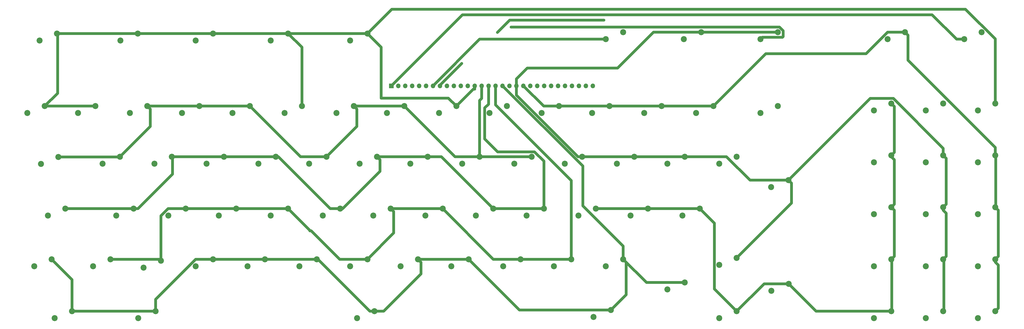
<source format=gbr>
%TF.GenerationSoftware,KiCad,Pcbnew,8.99.0-99-g23169ca1a7*%
%TF.CreationDate,2024-03-31T01:18:57-03:00*%
%TF.ProjectId,klaviatar,6b6c6176-6961-4746-9172-2e6b69636164,rev?*%
%TF.SameCoordinates,Original*%
%TF.FileFunction,Copper,L2,Bot*%
%TF.FilePolarity,Positive*%
%FSLAX46Y46*%
G04 Gerber Fmt 4.6, Leading zero omitted, Abs format (unit mm)*
G04 Created by KiCad (PCBNEW 8.99.0-99-g23169ca1a7) date 2024-03-31 01:18:57*
%MOMM*%
%LPD*%
G01*
G04 APERTURE LIST*
%TA.AperFunction,ComponentPad*%
%ADD10C,2.200000*%
%TD*%
%TA.AperFunction,ComponentPad*%
%ADD11R,1.700000X1.700000*%
%TD*%
%TA.AperFunction,ComponentPad*%
%ADD12O,1.700000X1.700000*%
%TD*%
%TA.AperFunction,ViaPad*%
%ADD13C,0.600000*%
%TD*%
%TA.AperFunction,Conductor*%
%ADD14C,1.000000*%
%TD*%
G04 APERTURE END LIST*
D10*
%TO.P,SW89,1,1*%
%TO.N,/XT2_{9}*%
X378040000Y-45420000D03*
%TO.P,SW89,2,2*%
%TO.N,/XT1_{12}*%
X371690000Y-47960000D03*
%TD*%
D11*
%TO.P,J1,1,Pin_1*%
%TO.N,/XT1_{12}*%
X162260000Y-65000000D03*
D12*
%TO.P,J1,2,Pin_2*%
%TO.N,/XT1_{11}*%
X164800000Y-65000000D03*
%TO.P,J1,3,Pin_3*%
%TO.N,/XT1_{10}*%
X167340000Y-65000000D03*
%TO.P,J1,4,Pin_4*%
%TO.N,/XT1_{9}*%
X169880000Y-65000000D03*
%TO.P,J1,5,Pin_5*%
%TO.N,/XT1_{8}*%
X172420000Y-65000000D03*
%TO.P,J1,6,Pin_6*%
%TO.N,/XT1_{7}*%
X174960000Y-65000000D03*
%TO.P,J1,7,Pin_7*%
%TO.N,/XT1_{6}*%
X177500000Y-65000000D03*
%TO.P,J1,8,Pin_8*%
%TO.N,/XT1_{5}*%
X180040000Y-65000000D03*
%TO.P,J1,9,Pin_9*%
%TO.N,/XT1_{4}*%
X182580000Y-65000000D03*
%TO.P,J1,10,Pin_10*%
%TO.N,/XT1_{3}*%
X185120000Y-65000000D03*
%TO.P,J1,11,Pin_11*%
%TO.N,/XT1_{2}*%
X187660000Y-65000000D03*
%TO.P,J1,12,Pin_12*%
%TO.N,/XT1_{1}*%
X190200000Y-65000000D03*
%TO.P,J1,13,Pin_13*%
%TO.N,/XT2_{1}*%
X192740000Y-65000000D03*
%TO.P,J1,14,Pin_14*%
%TO.N,/XT2_{2}*%
X195280000Y-65000000D03*
%TO.P,J1,15,Pin_15*%
%TO.N,/XT2_{3}*%
X197820000Y-65000000D03*
%TO.P,J1,16,Pin_16*%
%TO.N,/XT2_{4}*%
X200360000Y-65000000D03*
%TO.P,J1,17,Pin_17*%
%TO.N,/XT2_{5}*%
X202900000Y-65000000D03*
%TO.P,J1,18,Pin_18*%
%TO.N,/XT2_{6}*%
X205440000Y-65000000D03*
%TO.P,J1,19,Pin_19*%
%TO.N,/XT2_{7}*%
X207980000Y-65000000D03*
%TO.P,J1,20,Pin_20*%
%TO.N,/XT2_{8}*%
X210520000Y-65000000D03*
%TO.P,J1,21,Pin_21*%
%TO.N,/XT2_{9}*%
X213060000Y-65000000D03*
%TO.P,J1,22,Pin_22*%
%TO.N,unconnected-(J1-Pin_22-Pad22)*%
X215600000Y-65000000D03*
%TO.P,J1,23,Pin_23*%
%TO.N,unconnected-(J1-Pin_23-Pad23)*%
X218140000Y-65000000D03*
%TO.P,J1,24,Pin_24*%
%TO.N,unconnected-(J1-Pin_24-Pad24)*%
X220680000Y-65000000D03*
%TO.P,J1,25,Pin_25*%
%TO.N,unconnected-(J1-Pin_25-Pad25)*%
X223220000Y-65000000D03*
%TO.P,J1,26,Pin_26*%
%TO.N,unconnected-(J1-Pin_26-Pad26)*%
X225760000Y-65000000D03*
%TO.P,J1,27,Pin_27*%
%TO.N,unconnected-(J1-Pin_27-Pad27)*%
X228300000Y-65000000D03*
%TO.P,J1,28,Pin_28*%
%TO.N,unconnected-(J1-Pin_28-Pad28)*%
X230840000Y-65000000D03*
%TO.P,J1,29,Pin_29*%
%TO.N,unconnected-(J1-Pin_29-Pad29)*%
X233380000Y-65000000D03*
%TO.P,J1,30,Pin_30*%
%TO.N,unconnected-(J1-Pin_30-Pad30)*%
X235920000Y-65000000D03*
%TD*%
D10*
%TO.P,SW88,1,1*%
%TO.N,/XT2_{8}*%
X223540000Y-72420000D03*
%TO.P,SW88,2,2*%
%TO.N,/XT1_{11}*%
X217190000Y-74960000D03*
%TD*%
%TO.P,SW87,1,1*%
%TO.N,/XT2_{7}*%
X232040000Y-90920000D03*
%TO.P,SW87,2,2*%
%TO.N,/XT1_{11}*%
X225690000Y-93460000D03*
%TD*%
%TO.P,SW86,1,1*%
%TO.N,/XT2_{6}*%
X237040000Y-109920000D03*
%TO.P,SW86,2,2*%
%TO.N,/XT1_{11}*%
X230690000Y-112460000D03*
%TD*%
%TO.P,SW85,1,1*%
%TO.N,/XT2_{5}*%
X247040000Y-128420000D03*
%TO.P,SW85,2,2*%
%TO.N,/XT1_{11}*%
X240690000Y-130960000D03*
%TD*%
%TO.P,SW84,1,1*%
%TO.N,/XT2_{8}*%
X242040000Y-72420000D03*
%TO.P,SW84,2,2*%
%TO.N,/XT1_{10}*%
X235690000Y-74960000D03*
%TD*%
%TO.P,SW83,1,1*%
%TO.N,/XT2_{7}*%
X251040000Y-90920000D03*
%TO.P,SW83,2,2*%
%TO.N,/XT1_{10}*%
X244690000Y-93460000D03*
%TD*%
%TO.P,SW82,1,1*%
%TO.N,/XT2_{6}*%
X256040000Y-109920000D03*
%TO.P,SW82,2,2*%
%TO.N,/XT1_{10}*%
X249690000Y-112460000D03*
%TD*%
%TO.P,SW81,1,1*%
%TO.N,/XT2_{5}*%
X269540000Y-136920000D03*
%TO.P,SW81,2,2*%
%TO.N,/XT1_{10}*%
X263190000Y-139460000D03*
%TD*%
%TO.P,SW80,1,1*%
%TO.N,/XT2_{8}*%
X261040000Y-72420000D03*
%TO.P,SW80,2,2*%
%TO.N,/XT1_{9}*%
X254690000Y-74960000D03*
%TD*%
%TO.P,SW79,1,1*%
%TO.N,/XT2_{7}*%
X269540000Y-90920000D03*
%TO.P,SW79,2,2*%
%TO.N,/XT1_{9}*%
X263190000Y-93460000D03*
%TD*%
%TO.P,SW78,1,1*%
%TO.N,/XT2_{6}*%
X275040000Y-109920000D03*
%TO.P,SW78,2,2*%
%TO.N,/XT1_{9}*%
X268690000Y-112460000D03*
%TD*%
%TO.P,SW77,1,1*%
%TO.N,/XT2_{5}*%
X190540000Y-128420000D03*
%TO.P,SW77,2,2*%
%TO.N,/XT1_{9}*%
X184190000Y-130960000D03*
%TD*%
%TO.P,SW76,1,1*%
%TO.N,/XT2_{8}*%
X288540000Y-90920000D03*
%TO.P,SW76,2,2*%
%TO.N,/XT1_{8}*%
X282190000Y-93460000D03*
%TD*%
%TO.P,SW75,1,1*%
%TO.N,/XT2_{7}*%
X288540000Y-127920000D03*
%TO.P,SW75,2,2*%
%TO.N,/XT1_{8}*%
X282190000Y-130460000D03*
%TD*%
%TO.P,SW74,1,1*%
%TO.N,/XT2_{6}*%
X288540000Y-147420000D03*
%TO.P,SW74,2,2*%
%TO.N,/XT1_{8}*%
X282190000Y-149960000D03*
%TD*%
%TO.P,SW73,1,1*%
%TO.N,/XT2_{5}*%
X172040000Y-128420000D03*
%TO.P,SW73,2,2*%
%TO.N,/XT1_{8}*%
X165690000Y-130960000D03*
%TD*%
%TO.P,SW72,1,1*%
%TO.N,/XT2_{8}*%
X280040000Y-72420000D03*
%TO.P,SW72,2,2*%
%TO.N,/XT1_{7}*%
X273690000Y-74960000D03*
%TD*%
%TO.P,SW71,1,1*%
%TO.N,/XT2_{7}*%
X307500000Y-99500000D03*
%TO.P,SW71,2,2*%
%TO.N,/XT1_{7}*%
X301150000Y-102040000D03*
%TD*%
%TO.P,SW70,1,1*%
%TO.N,/XT2_{6}*%
X307540000Y-137420000D03*
%TO.P,SW70,2,2*%
%TO.N,/XT1_{7}*%
X301190000Y-139960000D03*
%TD*%
%TO.P,SW69,1,1*%
%TO.N,/XT2_{5}*%
X156040000Y-147420000D03*
%TO.P,SW69,2,2*%
%TO.N,/XT1_{7}*%
X149690000Y-149960000D03*
%TD*%
%TO.P,SW68,1,1*%
%TO.N,/XT2_{8}*%
X247040000Y-45420000D03*
%TO.P,SW68,2,2*%
%TO.N,/XT1_{6}*%
X240690000Y-47960000D03*
%TD*%
%TO.P,SW67,1,1*%
%TO.N,/XT2_{7}*%
X275540000Y-45420000D03*
%TO.P,SW67,2,2*%
%TO.N,/XT1_{6}*%
X269190000Y-47960000D03*
%TD*%
%TO.P,SW66,1,1*%
%TO.N,/XT2_{6}*%
X303540000Y-72420000D03*
%TO.P,SW66,2,2*%
%TO.N,/XT1_{6}*%
X297190000Y-74960000D03*
%TD*%
%TO.P,SW65,1,1*%
%TO.N,/XT2_{5}*%
X135040000Y-128420000D03*
%TO.P,SW65,2,2*%
%TO.N,/XT1_{6}*%
X128690000Y-130960000D03*
%TD*%
%TO.P,SW64,1,1*%
%TO.N,/XT2_{8}*%
X350040000Y-45420000D03*
%TO.P,SW64,2,2*%
%TO.N,/XT1_{5}*%
X343690000Y-47960000D03*
%TD*%
%TO.P,SW63,1,1*%
%TO.N,/XT2_{7}*%
X303540000Y-45420000D03*
%TO.P,SW63,2,2*%
%TO.N,/XT1_{5}*%
X297190000Y-47960000D03*
%TD*%
%TO.P,SW62,1,1*%
%TO.N,/XT2_{6}*%
X345040000Y-71420000D03*
%TO.P,SW62,2,2*%
%TO.N,/XT1_{5}*%
X338690000Y-73960000D03*
%TD*%
%TO.P,SW61,1,1*%
%TO.N,/XT2_{5}*%
X116040000Y-128420000D03*
%TO.P,SW61,2,2*%
%TO.N,/XT1_{5}*%
X109690000Y-130960000D03*
%TD*%
%TO.P,SW60,1,1*%
%TO.N,/XT2_{8}*%
X383040000Y-109420000D03*
%TO.P,SW60,2,2*%
%TO.N,/XT1_{4}*%
X376690000Y-111960000D03*
%TD*%
%TO.P,SW59,1,1*%
%TO.N,/XT2_{7}*%
X364040000Y-109420000D03*
%TO.P,SW59,2,2*%
%TO.N,/XT1_{4}*%
X357690000Y-111960000D03*
%TD*%
%TO.P,SW58,1,1*%
%TO.N,/XT2_{6}*%
X345040000Y-109420000D03*
%TO.P,SW58,2,2*%
%TO.N,/XT1_{4}*%
X338690000Y-111960000D03*
%TD*%
%TO.P,SW57,1,1*%
%TO.N,/XT2_{5}*%
X97040000Y-128420000D03*
%TO.P,SW57,2,2*%
%TO.N,/XT1_{4}*%
X90690000Y-130960000D03*
%TD*%
%TO.P,SW56,1,1*%
%TO.N,/XT2_{8}*%
X383040000Y-128420000D03*
%TO.P,SW56,2,2*%
%TO.N,/XT1_{3}*%
X376690000Y-130960000D03*
%TD*%
%TO.P,SW55,1,1*%
%TO.N,/XT2_{7}*%
X364040000Y-128420000D03*
%TO.P,SW55,2,2*%
%TO.N,/XT1_{3}*%
X357690000Y-130960000D03*
%TD*%
%TO.P,SW54,1,1*%
%TO.N,/XT2_{6}*%
X345040000Y-128420000D03*
%TO.P,SW54,2,2*%
%TO.N,/XT1_{3}*%
X338690000Y-130960000D03*
%TD*%
%TO.P,SW53,1,1*%
%TO.N,/XT2_{5}*%
X76040000Y-147420000D03*
%TO.P,SW53,2,2*%
%TO.N,/XT1_{3}*%
X69690000Y-149960000D03*
%TD*%
%TO.P,SW52,1,1*%
%TO.N,/XT2_{8}*%
X383040000Y-147420000D03*
%TO.P,SW52,2,2*%
%TO.N,/XT1_{2}*%
X376690000Y-149960000D03*
%TD*%
%TO.P,SW51,1,1*%
%TO.N,/XT2_{7}*%
X364040000Y-147420000D03*
%TO.P,SW51,2,2*%
%TO.N,/XT1_{2}*%
X357690000Y-149960000D03*
%TD*%
%TO.P,SW50,1,1*%
%TO.N,/XT2_{6}*%
X345040000Y-147420000D03*
%TO.P,SW50,2,2*%
%TO.N,/XT1_{2}*%
X338690000Y-149960000D03*
%TD*%
%TO.P,SW49,1,1*%
%TO.N,/XT2_{5}*%
X38040000Y-128420000D03*
%TO.P,SW49,2,2*%
%TO.N,/XT1_{2}*%
X31690000Y-130960000D03*
%TD*%
%TO.P,SW48,1,1*%
%TO.N,/XT2_{8}*%
X383040000Y-90420000D03*
%TO.P,SW48,2,2*%
%TO.N,/XT1_{1}*%
X376690000Y-92960000D03*
%TD*%
%TO.P,SW47,1,1*%
%TO.N,/XT2_{7}*%
X364040000Y-90420000D03*
%TO.P,SW47,2,2*%
%TO.N,/XT1_{1}*%
X357690000Y-92960000D03*
%TD*%
%TO.P,SW46,1,1*%
%TO.N,/XT2_{6}*%
X345040000Y-90420000D03*
%TO.P,SW46,2,2*%
%TO.N,/XT1_{1}*%
X338690000Y-92960000D03*
%TD*%
%TO.P,SW45,1,1*%
%TO.N,/XT2_{5}*%
X242500000Y-147000000D03*
%TO.P,SW45,2,2*%
%TO.N,/XT1_{1}*%
X236150000Y-149540000D03*
%TD*%
%TO.P,SW44,1,1*%
%TO.N,/XT2_{4}*%
X228040000Y-128420000D03*
%TO.P,SW44,2,2*%
%TO.N,/XT1_{11}*%
X221690000Y-130960000D03*
%TD*%
%TO.P,SW43,1,1*%
%TO.N,/XT2_{3}*%
X218040000Y-109920000D03*
%TO.P,SW43,2,2*%
%TO.N,/XT1_{11}*%
X211690000Y-112460000D03*
%TD*%
%TO.P,SW42,1,1*%
%TO.N,/XT2_{4}*%
X209540000Y-128420000D03*
%TO.P,SW42,2,2*%
%TO.N,/XT1_{10}*%
X203190000Y-130960000D03*
%TD*%
%TO.P,SW41,1,1*%
%TO.N,/XT2_{3}*%
X199540000Y-109920000D03*
%TO.P,SW41,2,2*%
%TO.N,/XT1_{10}*%
X193190000Y-112460000D03*
%TD*%
%TO.P,SW40,1,1*%
%TO.N,/XT2_{4}*%
X181040000Y-109920000D03*
%TO.P,SW40,2,2*%
%TO.N,/XT1_{9}*%
X174690000Y-112460000D03*
%TD*%
%TO.P,SW39,1,1*%
%TO.N,/XT2_{3}*%
X175540000Y-90920000D03*
%TO.P,SW39,2,2*%
%TO.N,/XT1_{9}*%
X169190000Y-93460000D03*
%TD*%
%TO.P,SW38,1,1*%
%TO.N,/XT2_{4}*%
X162040000Y-109920000D03*
%TO.P,SW38,2,2*%
%TO.N,/XT1_{8}*%
X155690000Y-112460000D03*
%TD*%
%TO.P,SW37,1,1*%
%TO.N,/XT2_{3}*%
X157040000Y-90920000D03*
%TO.P,SW37,2,2*%
%TO.N,/XT1_{8}*%
X150690000Y-93460000D03*
%TD*%
%TO.P,SW36,1,1*%
%TO.N,/XT2_{4}*%
X153540000Y-128420000D03*
%TO.P,SW36,2,2*%
%TO.N,/XT1_{7}*%
X147190000Y-130960000D03*
%TD*%
%TO.P,SW35,1,1*%
%TO.N,/XT2_{3}*%
X143540000Y-109920000D03*
%TO.P,SW35,2,2*%
%TO.N,/XT1_{7}*%
X137190000Y-112460000D03*
%TD*%
%TO.P,SW34,1,1*%
%TO.N,/XT2_{4}*%
X124540000Y-109920000D03*
%TO.P,SW34,2,2*%
%TO.N,/XT1_{6}*%
X118190000Y-112460000D03*
%TD*%
%TO.P,SW33,1,1*%
%TO.N,/XT2_{3}*%
X120040000Y-90920000D03*
%TO.P,SW33,2,2*%
%TO.N,/XT1_{6}*%
X113690000Y-93460000D03*
%TD*%
%TO.P,SW32,1,1*%
%TO.N,/XT2_{4}*%
X105540000Y-109920000D03*
%TO.P,SW32,2,2*%
%TO.N,/XT1_{5}*%
X99190000Y-112460000D03*
%TD*%
%TO.P,SW31,1,1*%
%TO.N,/XT2_{3}*%
X101040000Y-90920000D03*
%TO.P,SW31,2,2*%
%TO.N,/XT1_{5}*%
X94690000Y-93460000D03*
%TD*%
%TO.P,SW30,1,1*%
%TO.N,/XT2_{4}*%
X87040000Y-109920000D03*
%TO.P,SW30,2,2*%
%TO.N,/XT1_{4}*%
X80690000Y-112460000D03*
%TD*%
%TO.P,SW29,1,1*%
%TO.N,/XT2_{3}*%
X82040000Y-90920000D03*
%TO.P,SW29,2,2*%
%TO.N,/XT1_{4}*%
X75690000Y-93460000D03*
%TD*%
%TO.P,SW28,1,1*%
%TO.N,/XT2_{4}*%
X78040000Y-128920000D03*
%TO.P,SW28,2,2*%
%TO.N,/XT1_{3}*%
X71690000Y-131460000D03*
%TD*%
%TO.P,SW27,1,1*%
%TO.N,/XT2_{3}*%
X68040000Y-109920000D03*
%TO.P,SW27,2,2*%
%TO.N,/XT1_{3}*%
X61690000Y-112460000D03*
%TD*%
%TO.P,SW26,1,1*%
%TO.N,/XT2_{4}*%
X59540000Y-128420000D03*
%TO.P,SW26,2,2*%
%TO.N,/XT1_{2}*%
X53190000Y-130960000D03*
%TD*%
%TO.P,SW25,1,1*%
%TO.N,/XT2_{3}*%
X43040000Y-109920000D03*
%TO.P,SW25,2,2*%
%TO.N,/XT1_{2}*%
X36690000Y-112460000D03*
%TD*%
%TO.P,SW24,1,1*%
%TO.N,/XT2_{5}*%
X45540000Y-147420000D03*
%TO.P,SW24,2,2*%
%TO.N,/XT1_{1}*%
X39190000Y-149960000D03*
%TD*%
%TO.P,SW22,1,1*%
%TO.N,/XT2_{2}*%
X213540000Y-90920000D03*
%TO.P,SW22,2,2*%
%TO.N,/XT1_{11}*%
X207190000Y-93460000D03*
%TD*%
%TO.P,SW21,1,1*%
%TO.N,/XT2_{2}*%
X194540000Y-90920000D03*
%TO.P,SW21,2,2*%
%TO.N,/XT1_{10}*%
X188190000Y-93460000D03*
%TD*%
%TO.P,SW20,1,1*%
%TO.N,/XT2_{2}*%
X167040000Y-72420000D03*
%TO.P,SW20,2,2*%
%TO.N,/XT1_{9}*%
X160690000Y-74960000D03*
%TD*%
%TO.P,SW19,1,1*%
%TO.N,/XT2_{2}*%
X148540000Y-72420000D03*
%TO.P,SW19,2,2*%
%TO.N,/XT1_{8}*%
X142190000Y-74960000D03*
%TD*%
%TO.P,SW18,1,1*%
%TO.N,/XT2_{2}*%
X138540000Y-90920000D03*
%TO.P,SW18,2,2*%
%TO.N,/XT1_{7}*%
X132190000Y-93460000D03*
%TD*%
%TO.P,SW17,1,1*%
%TO.N,/XT2_{2}*%
X110540000Y-72420000D03*
%TO.P,SW17,2,2*%
%TO.N,/XT1_{6}*%
X104190000Y-74960000D03*
%TD*%
%TO.P,SW16,1,1*%
%TO.N,/XT2_{2}*%
X92040000Y-72420000D03*
%TO.P,SW16,2,2*%
%TO.N,/XT1_{5}*%
X85690000Y-74960000D03*
%TD*%
%TO.P,SW15,1,1*%
%TO.N,/XT2_{2}*%
X73040000Y-72420000D03*
%TO.P,SW15,2,2*%
%TO.N,/XT1_{4}*%
X66690000Y-74960000D03*
%TD*%
%TO.P,SW14,1,1*%
%TO.N,/XT2_{2}*%
X63040000Y-90920000D03*
%TO.P,SW14,2,2*%
%TO.N,/XT1_{3}*%
X56690000Y-93460000D03*
%TD*%
%TO.P,SW13,1,1*%
%TO.N,/XT2_{2}*%
X40500000Y-91000000D03*
%TO.P,SW13,2,2*%
%TO.N,/XT1_{2}*%
X34150000Y-93540000D03*
%TD*%
%TO.P,SW12,1,1*%
%TO.N,/XT2_{2}*%
X364040000Y-71420000D03*
%TO.P,SW12,2,2*%
%TO.N,/XT1_{1}*%
X357690000Y-73960000D03*
%TD*%
%TO.P,SW11,1,1*%
%TO.N,/XT2_{1}*%
X204540000Y-72420000D03*
%TO.P,SW11,2,2*%
%TO.N,/XT1_{11}*%
X198190000Y-74960000D03*
%TD*%
%TO.P,SW10,1,1*%
%TO.N,/XT2_{1}*%
X186040000Y-72420000D03*
%TO.P,SW10,2,2*%
%TO.N,/XT1_{10}*%
X179690000Y-74960000D03*
%TD*%
%TO.P,SW9,1,1*%
%TO.N,/XT2_{1}*%
X153540000Y-45920000D03*
%TO.P,SW9,2,2*%
%TO.N,/XT1_{9}*%
X147190000Y-48460000D03*
%TD*%
%TO.P,SW8,1,1*%
%TO.N,/XT2_{1}*%
X124540000Y-45920000D03*
%TO.P,SW8,2,2*%
%TO.N,/XT1_{8}*%
X118190000Y-48460000D03*
%TD*%
%TO.P,SW7,1,1*%
%TO.N,/XT2_{1}*%
X129540000Y-72420000D03*
%TO.P,SW7,2,2*%
%TO.N,/XT1_{7}*%
X123190000Y-74960000D03*
%TD*%
%TO.P,SW6,1,1*%
%TO.N,/XT2_{1}*%
X97040000Y-45920000D03*
%TO.P,SW6,2,2*%
%TO.N,/XT1_{6}*%
X90690000Y-48460000D03*
%TD*%
%TO.P,SW5,1,1*%
%TO.N,/XT2_{1}*%
X69540000Y-45920000D03*
%TO.P,SW5,2,2*%
%TO.N,/XT1_{5}*%
X63190000Y-48460000D03*
%TD*%
%TO.P,SW4,1,1*%
%TO.N,/XT2_{1}*%
X40040000Y-45920000D03*
%TO.P,SW4,2,2*%
%TO.N,/XT1_{4}*%
X33690000Y-48460000D03*
%TD*%
%TO.P,SW3,1,1*%
%TO.N,/XT2_{1}*%
X54040000Y-72420000D03*
%TO.P,SW3,2,2*%
%TO.N,/XT1_{3}*%
X47690000Y-74960000D03*
%TD*%
%TO.P,SW2,1,1*%
%TO.N,/XT2_{1}*%
X35540000Y-72420000D03*
%TO.P,SW2,2,2*%
%TO.N,/XT1_{2}*%
X29190000Y-74960000D03*
%TD*%
%TO.P,SW1,1,1*%
%TO.N,/XT2_{1}*%
X383040000Y-71420000D03*
%TO.P,SW1,2,2*%
%TO.N,/XT1_{1}*%
X376690000Y-73960000D03*
%TD*%
D13*
%TO.N,/XT1_{5}*%
X206000000Y-43500000D03*
X188000000Y-56802944D03*
%TO.N,/XT2_{2}*%
X201000000Y-45500000D03*
X240000000Y-41000000D03*
%TD*%
D14*
%TO.N,/XT1_{5}*%
X188000000Y-56802944D02*
X180040000Y-64762944D01*
X180040000Y-64762944D02*
X180040000Y-65000000D01*
X304165585Y-43500000D02*
X206000000Y-43500000D01*
X305500000Y-44834415D02*
X304165585Y-43500000D01*
X305500000Y-47000000D02*
X305500000Y-44834415D01*
X297930000Y-47220000D02*
X305280000Y-47220000D01*
X305280000Y-47220000D02*
X305500000Y-47000000D01*
X297190000Y-47960000D02*
X297930000Y-47220000D01*
%TO.N,/XT2_{2}*%
X240000000Y-41000000D02*
X205500000Y-41000000D01*
X205500000Y-41000000D02*
X201000000Y-45500000D01*
%TO.N,/XT2_{1}*%
X383040000Y-71420000D02*
X383040000Y-47874415D01*
X383040000Y-47874415D02*
X372165585Y-37000000D01*
X372165585Y-37000000D02*
X162460000Y-37000000D01*
X162460000Y-37000000D02*
X153540000Y-45920000D01*
%TO.N,/XT1_{12}*%
X162260000Y-65000000D02*
X188260000Y-39000000D01*
X188260000Y-39000000D02*
X360000000Y-39000000D01*
X360000000Y-39000000D02*
X368960000Y-47960000D01*
X368960000Y-47960000D02*
X371690000Y-47960000D01*
%TO.N,/XT1_{6}*%
X240690000Y-47960000D02*
X194540000Y-47960000D01*
X194540000Y-47960000D02*
X177500000Y-65000000D01*
%TO.N,/XT2_{7}*%
X275540000Y-45420000D02*
X258080000Y-45420000D01*
X258080000Y-45420000D02*
X245000000Y-58500000D01*
X245000000Y-58500000D02*
X212000000Y-58500000D01*
X212000000Y-58500000D02*
X207980000Y-62520000D01*
X207980000Y-62520000D02*
X207980000Y-65000000D01*
%TO.N,/XT2_{8}*%
X343684415Y-45420000D02*
X335854415Y-53250000D01*
X335854415Y-53250000D02*
X299210000Y-53250000D01*
X299210000Y-53250000D02*
X280040000Y-72420000D01*
%TO.N,/XT2_{5}*%
X202900000Y-65000000D02*
X232250000Y-94350000D01*
X232250000Y-94350000D02*
X232250000Y-108860913D01*
X232250000Y-108860913D02*
X247040000Y-123650913D01*
X247040000Y-123650913D02*
X247040000Y-128420000D01*
%TO.N,/XT2_{4}*%
X200360000Y-65000000D02*
X200360000Y-71970913D01*
X200360000Y-71970913D02*
X228040000Y-99650913D01*
X228040000Y-99650913D02*
X228040000Y-128420000D01*
%TO.N,/XT2_{3}*%
X197820000Y-65000000D02*
X197820000Y-71680000D01*
X201120000Y-89120000D02*
X214620000Y-89120000D01*
X197820000Y-71680000D02*
X196390000Y-73110000D01*
X218040000Y-92540000D02*
X218040000Y-109920000D01*
X196390000Y-73110000D02*
X196390000Y-84390000D01*
X196390000Y-84390000D02*
X201120000Y-89120000D01*
X214620000Y-89120000D02*
X218040000Y-92540000D01*
%TO.N,/XT2_{2}*%
X195280000Y-65000000D02*
X195280000Y-69609087D01*
X195280000Y-69609087D02*
X194540000Y-70349087D01*
X194540000Y-70349087D02*
X194540000Y-90920000D01*
%TO.N,/XT2_{1}*%
X192740000Y-66240000D02*
X192220000Y-66240000D01*
X192220000Y-66240000D02*
X186040000Y-72420000D01*
%TO.N,/XT2_{7}*%
X207980000Y-65000000D02*
X207980000Y-68369087D01*
X207980000Y-68369087D02*
X230530913Y-90920000D01*
X230530913Y-90920000D02*
X232040000Y-90920000D01*
%TO.N,/XT2_{8}*%
X210520000Y-65000000D02*
X217940000Y-72420000D01*
X217940000Y-72420000D02*
X223540000Y-72420000D01*
%TO.N,/XT2_{1}*%
X192740000Y-65000000D02*
X192740000Y-66240000D01*
X183120000Y-69500000D02*
X158500000Y-69500000D01*
X186040000Y-72420000D02*
X183120000Y-69500000D01*
X158500000Y-69500000D02*
X158500000Y-50880000D01*
X158500000Y-50880000D02*
X153540000Y-45920000D01*
%TO.N,/XT2_{6}*%
X307540000Y-137420000D02*
X298540000Y-137420000D01*
X298540000Y-137420000D02*
X288540000Y-147420000D01*
%TO.N,/XT2_{7}*%
X364040000Y-90420000D02*
X364040000Y-87874415D01*
X364040000Y-87874415D02*
X345785585Y-69620000D01*
X345785585Y-69620000D02*
X337380000Y-69620000D01*
X337380000Y-69620000D02*
X307500000Y-99500000D01*
%TO.N,/XT2_{6}*%
X307540000Y-137420000D02*
X317540000Y-147420000D01*
X317540000Y-147420000D02*
X345040000Y-147420000D01*
%TO.N,/XT2_{7}*%
X364040000Y-128420000D02*
X364250000Y-128630000D01*
X364250000Y-128630000D02*
X364250000Y-147210000D01*
X364250000Y-147210000D02*
X364040000Y-147420000D01*
X364040000Y-109420000D02*
X364040000Y-110460000D01*
X364040000Y-110460000D02*
X365139999Y-111559999D01*
X365139999Y-111559999D02*
X365139999Y-127320001D01*
X365139999Y-127320001D02*
X364040000Y-128420000D01*
X364040000Y-90420000D02*
X365139999Y-91519999D01*
X365139999Y-91519999D02*
X365139999Y-108320001D01*
X365139999Y-108320001D02*
X364040000Y-109420000D01*
%TO.N,/XT2_{6}*%
X345040000Y-128420000D02*
X345250000Y-128630000D01*
X345250000Y-128630000D02*
X345250000Y-147210000D01*
X345250000Y-147210000D02*
X345040000Y-147420000D01*
X345040000Y-109420000D02*
X346139999Y-110519999D01*
X346139999Y-110519999D02*
X346139999Y-127320001D01*
X346139999Y-127320001D02*
X345040000Y-128420000D01*
X345040000Y-90420000D02*
X345040000Y-90960000D01*
X346139999Y-108320001D02*
X345040000Y-109420000D01*
X345040000Y-90960000D02*
X346139999Y-92059999D01*
X346139999Y-92059999D02*
X346139999Y-108320001D01*
X345040000Y-71420000D02*
X346139999Y-72519999D01*
X346139999Y-72519999D02*
X346139999Y-89320001D01*
X346139999Y-89320001D02*
X345040000Y-90420000D01*
X275040000Y-109920000D02*
X280390000Y-115270000D01*
X280390000Y-139270000D02*
X288540000Y-147420000D01*
X280390000Y-115270000D02*
X280390000Y-139270000D01*
X256040000Y-109920000D02*
X275040000Y-109920000D01*
X237040000Y-109920000D02*
X256040000Y-109920000D01*
%TO.N,/XT2_{7}*%
X303540000Y-45420000D02*
X275540000Y-45420000D01*
%TO.N,/XT2_{5}*%
X269540000Y-136920000D02*
X255540000Y-136920000D01*
X255540000Y-136920000D02*
X247040000Y-128420000D01*
X247040000Y-128420000D02*
X248139999Y-129519999D01*
X248139999Y-129519999D02*
X248139999Y-141360001D01*
X248139999Y-141360001D02*
X242500000Y-147000000D01*
X190540000Y-128420000D02*
X209120000Y-147000000D01*
X209120000Y-147000000D02*
X242500000Y-147000000D01*
X190540000Y-128420000D02*
X172040000Y-128420000D01*
X156040000Y-147420000D02*
X159469087Y-147420000D01*
X159469087Y-147420000D02*
X173139999Y-133749088D01*
X173139999Y-133749088D02*
X173139999Y-129519999D01*
X173139999Y-129519999D02*
X172040000Y-128420000D01*
X135040000Y-128420000D02*
X135420000Y-128420000D01*
X135420000Y-128420000D02*
X154420000Y-147420000D01*
X154420000Y-147420000D02*
X156040000Y-147420000D01*
X135040000Y-128420000D02*
X116040000Y-128420000D01*
X97040000Y-128420000D02*
X116040000Y-128420000D01*
X97040000Y-128420000D02*
X90684415Y-128420000D01*
X90684415Y-128420000D02*
X76040000Y-143064415D01*
X76040000Y-143064415D02*
X76040000Y-147420000D01*
%TO.N,/XT2_{4}*%
X209540000Y-128420000D02*
X228040000Y-128420000D01*
X181040000Y-109920000D02*
X199540000Y-128420000D01*
X199540000Y-128420000D02*
X209540000Y-128420000D01*
X162040000Y-109920000D02*
X181040000Y-109920000D01*
X162040000Y-109920000D02*
X163139999Y-111019999D01*
X163139999Y-111019999D02*
X163139999Y-118820001D01*
X163139999Y-118820001D02*
X153540000Y-128420000D01*
X132500000Y-117880000D02*
X132500000Y-118000000D01*
X124540000Y-109920000D02*
X132500000Y-117880000D01*
X132500000Y-118000000D02*
X133000000Y-118000000D01*
X133000000Y-118000000D02*
X143420000Y-128420000D01*
X143420000Y-128420000D02*
X153540000Y-128420000D01*
X105540000Y-109920000D02*
X124540000Y-109920000D01*
X87040000Y-109920000D02*
X105540000Y-109920000D01*
X78040000Y-128920000D02*
X78040000Y-112564415D01*
X78040000Y-112564415D02*
X80684415Y-109920000D01*
X80684415Y-109920000D02*
X87040000Y-109920000D01*
X59540000Y-128420000D02*
X77540000Y-128420000D01*
X77540000Y-128420000D02*
X78040000Y-128920000D01*
%TO.N,/XT2_{5}*%
X45540000Y-147420000D02*
X76040000Y-147420000D01*
X38040000Y-128420000D02*
X45540000Y-135920000D01*
X45540000Y-135920000D02*
X45540000Y-147420000D01*
%TO.N,/XT2_{7}*%
X307500000Y-99500000D02*
X308599999Y-100599999D01*
X308599999Y-100599999D02*
X308599999Y-107860001D01*
X308599999Y-107860001D02*
X288540000Y-127920000D01*
X269540000Y-90920000D02*
X284809087Y-90920000D01*
X284809087Y-90920000D02*
X293389087Y-99500000D01*
X293389087Y-99500000D02*
X307500000Y-99500000D01*
X269540000Y-90920000D02*
X251040000Y-90920000D01*
X232040000Y-90920000D02*
X251040000Y-90920000D01*
%TO.N,/XT2_{3}*%
X199540000Y-109920000D02*
X218040000Y-109920000D01*
X175540000Y-90920000D02*
X180540000Y-90920000D01*
X180540000Y-90920000D02*
X199540000Y-109920000D01*
X157040000Y-90920000D02*
X175540000Y-90920000D01*
X143540000Y-109920000D02*
X144469087Y-109920000D01*
X158139999Y-96249088D02*
X158139999Y-92019999D01*
X144469087Y-109920000D02*
X158139999Y-96249088D01*
X158139999Y-92019999D02*
X157040000Y-90920000D01*
X120040000Y-90920000D02*
X120920000Y-90920000D01*
X120920000Y-90920000D02*
X139920000Y-109920000D01*
X139920000Y-109920000D02*
X143540000Y-109920000D01*
X120040000Y-90920000D02*
X101040000Y-90920000D01*
X82040000Y-90920000D02*
X101040000Y-90920000D01*
X68040000Y-109920000D02*
X69595634Y-109920000D01*
X69595634Y-109920000D02*
X82250000Y-97265634D01*
X82250000Y-97265634D02*
X82250000Y-91130000D01*
X82250000Y-91130000D02*
X82040000Y-90920000D01*
X43040000Y-109920000D02*
X68040000Y-109920000D01*
%TO.N,/XT2_{2}*%
X194540000Y-90920000D02*
X213540000Y-90920000D01*
X167040000Y-72420000D02*
X185540000Y-90920000D01*
X185540000Y-90920000D02*
X194540000Y-90920000D01*
X167040000Y-72420000D02*
X148540000Y-72420000D01*
X110540000Y-72420000D02*
X129040000Y-90920000D01*
X129040000Y-90920000D02*
X138540000Y-90920000D01*
X148540000Y-72420000D02*
X149639999Y-73519999D01*
X149639999Y-73519999D02*
X149639999Y-79820001D01*
X149639999Y-79820001D02*
X138540000Y-90920000D01*
%TO.N,/XT2_{1}*%
X129540000Y-72420000D02*
X129540000Y-50920000D01*
X129540000Y-50920000D02*
X124540000Y-45920000D01*
%TO.N,/XT2_{2}*%
X110540000Y-72420000D02*
X92040000Y-72420000D01*
X92040000Y-72420000D02*
X73040000Y-72420000D01*
X73040000Y-72420000D02*
X74139999Y-73519999D01*
X74139999Y-73519999D02*
X74139999Y-79820001D01*
X74139999Y-79820001D02*
X63040000Y-90920000D01*
X40500000Y-91000000D02*
X62960000Y-91000000D01*
X62960000Y-91000000D02*
X63040000Y-90920000D01*
%TO.N,/XT2_{1}*%
X54040000Y-72420000D02*
X35540000Y-72420000D01*
X40040000Y-45920000D02*
X40040000Y-46040000D01*
X40040000Y-46040000D02*
X40250000Y-46250000D01*
X40250000Y-46250000D02*
X40250000Y-67710000D01*
X40250000Y-67710000D02*
X35540000Y-72420000D01*
X124540000Y-45920000D02*
X153540000Y-45920000D01*
X97040000Y-45920000D02*
X124540000Y-45920000D01*
X69540000Y-45920000D02*
X97040000Y-45920000D01*
X40040000Y-45920000D02*
X69540000Y-45920000D01*
%TO.N,/XT2_{8}*%
X280040000Y-72420000D02*
X223540000Y-72420000D01*
X350040000Y-45420000D02*
X343684415Y-45420000D01*
X383040000Y-128420000D02*
X383040000Y-129460000D01*
X383040000Y-129460000D02*
X384139999Y-130559999D01*
X384139999Y-130559999D02*
X384139999Y-146320001D01*
X384139999Y-146320001D02*
X383040000Y-147420000D01*
X383040000Y-109420000D02*
X384139999Y-110519999D01*
X384139999Y-110519999D02*
X384139999Y-127320001D01*
X384139999Y-127320001D02*
X383040000Y-128420000D01*
X383040000Y-90420000D02*
X383250000Y-90630000D01*
X383250000Y-90630000D02*
X383250000Y-109210000D01*
X383250000Y-109210000D02*
X383040000Y-109420000D01*
X350040000Y-45420000D02*
X351139999Y-46519999D01*
X351139999Y-55639999D02*
X383040000Y-87540000D01*
X351139999Y-46519999D02*
X351139999Y-55639999D01*
X383040000Y-87540000D02*
X383040000Y-90420000D01*
%TD*%
M02*

</source>
